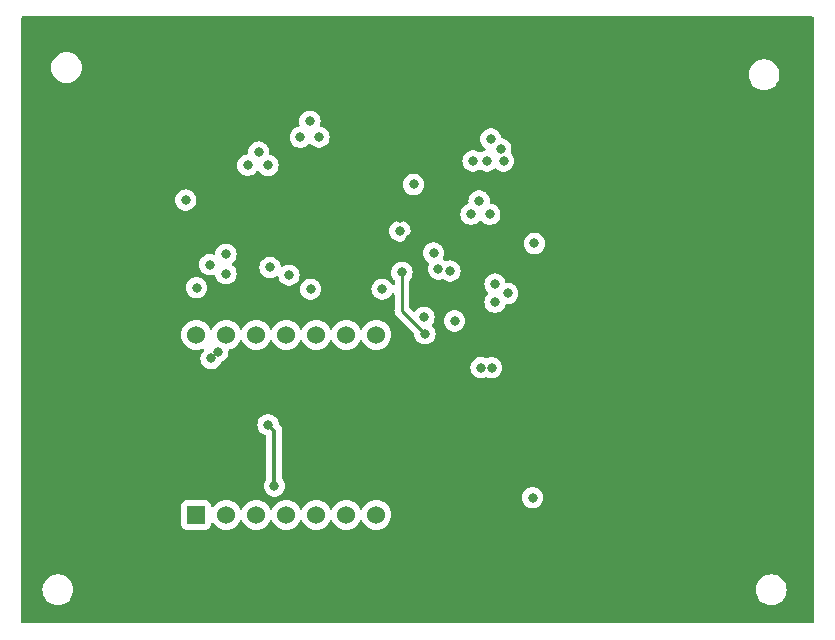
<source format=gbr>
%TF.GenerationSoftware,KiCad,Pcbnew,7.0.8*%
%TF.CreationDate,2024-08-05T22:26:54-04:00*%
%TF.ProjectId,wsg1.0,77736731-2e30-42e6-9b69-6361645f7063,rev?*%
%TF.SameCoordinates,Original*%
%TF.FileFunction,Copper,L4,Bot*%
%TF.FilePolarity,Positive*%
%FSLAX46Y46*%
G04 Gerber Fmt 4.6, Leading zero omitted, Abs format (unit mm)*
G04 Created by KiCad (PCBNEW 7.0.8) date 2024-08-05 22:26:54*
%MOMM*%
%LPD*%
G01*
G04 APERTURE LIST*
%TA.AperFunction,ComponentPad*%
%ADD10R,1.530000X1.530000*%
%TD*%
%TA.AperFunction,ComponentPad*%
%ADD11C,1.530000*%
%TD*%
%TA.AperFunction,ViaPad*%
%ADD12C,0.800000*%
%TD*%
%TA.AperFunction,Conductor*%
%ADD13C,0.350000*%
%TD*%
%TA.AperFunction,Conductor*%
%ADD14C,0.250000*%
%TD*%
G04 APERTURE END LIST*
D10*
%TO.P,U2,1,PA02_A0_D0*%
%TO.N,CS-DAC*%
X96680000Y-135427500D03*
D11*
%TO.P,U2,2,PA4_A1_D1*%
%TO.N,DacLoad*%
X99220000Y-135427500D03*
%TO.P,U2,3,PA10_A2_D2*%
%TO.N,Ready*%
X101760000Y-135427500D03*
%TO.P,U2,4,PA11_A3_D3*%
%TO.N,CS-ADC*%
X104300000Y-135427500D03*
%TO.P,U2,5,PA8_A4_D4_SDA*%
%TO.N,3v3*%
X106840000Y-135427500D03*
%TO.P,U2,6,PA9_A5_D5_SCL*%
X109380000Y-135427500D03*
%TO.P,U2,7,PB08_A6_D6_TX*%
X111920000Y-135427500D03*
%TO.P,U2,8,PB09_A7_D7_RX*%
X111920000Y-120187500D03*
%TO.P,U2,9,PA7_A8_D8_SCK*%
%TO.N,SClk*%
X109380000Y-120187500D03*
%TO.P,U2,10,PA5_A9_D9_MISO*%
%TO.N,MISO*%
X106840000Y-120187500D03*
%TO.P,U2,11,PA6_A10_D10_MOSI*%
%TO.N,MOSI*%
X104300000Y-120187500D03*
%TO.P,U2,12,3V3*%
%TO.N,3v3*%
X101760000Y-120187500D03*
%TO.P,U2,13,GND*%
%TO.N,GND1*%
X99220000Y-120187500D03*
%TO.P,U2,14,5V*%
%TO.N,Net-(D8-K)*%
X96680000Y-120187500D03*
%TD*%
D12*
%TO.N,GND*%
X114760000Y-112070000D03*
X127640000Y-101030000D03*
X126870000Y-109370000D03*
X113890000Y-108520000D03*
X135550000Y-105860000D03*
X127720000Y-101940000D03*
X113910000Y-110280000D03*
X115210000Y-104680000D03*
X126200000Y-104830000D03*
X127350000Y-134920000D03*
X93240000Y-117770000D03*
X125090000Y-102040000D03*
X99190000Y-110750000D03*
X121310000Y-119165000D03*
X122960000Y-119130000D03*
X123180000Y-111530000D03*
X127680000Y-108120000D03*
X134840000Y-131470000D03*
X135640000Y-131480000D03*
X127440000Y-136060000D03*
X108795000Y-103465000D03*
X125210000Y-101070000D03*
X123180000Y-110530000D03*
X134740000Y-105880000D03*
X115070000Y-109010000D03*
X115180000Y-105890000D03*
X99295000Y-109695000D03*
X109020000Y-108430000D03*
%TO.N,5.5V*%
X120810000Y-122965000D03*
X115090000Y-107460000D03*
X121300000Y-105470000D03*
X125317500Y-112455000D03*
X121630000Y-103600000D03*
X96710000Y-116202500D03*
X120130000Y-105460000D03*
X121690000Y-122975000D03*
X122470000Y-104440000D03*
X125160000Y-133980000D03*
X95800000Y-108780000D03*
X122720000Y-105460000D03*
%TO.N,GND1*%
X97840000Y-114240000D03*
X105500000Y-103465000D03*
X121980000Y-115890000D03*
X99200000Y-115010000D03*
X123040000Y-116680000D03*
X101980000Y-104720000D03*
X98510000Y-121600000D03*
X121980000Y-117430000D03*
X113930000Y-111390500D03*
X106310000Y-102120000D03*
X118560000Y-119010000D03*
X121537500Y-109985000D03*
X120637500Y-108845000D03*
X102750000Y-105840000D03*
X101040000Y-105830000D03*
X107070000Y-103455000D03*
X119947500Y-109985000D03*
X97950000Y-122190000D03*
X99200000Y-113360000D03*
%TO.N,CS-DAC*%
X118173530Y-114795387D03*
%TO.N,SClk*%
X112430000Y-116325000D03*
X117190565Y-114614319D03*
%TO.N,MOSI*%
X106380000Y-116325000D03*
X116784400Y-113265600D03*
%TO.N,DacLoad*%
X115973395Y-118693395D03*
%TO.N,Ready*%
X102770000Y-127800000D03*
X103310000Y-132990000D03*
X102940000Y-114485000D03*
%TO.N,MISO*%
X104540000Y-115140000D03*
%TO.N,CS-ADC*%
X114100000Y-114890000D03*
X116050000Y-120100000D03*
%TD*%
D13*
%TO.N,Ready*%
X103310000Y-128340000D02*
X102770000Y-127800000D01*
X103310000Y-132990000D02*
X103310000Y-128340000D01*
D14*
%TO.N,CS-ADC*%
X116050000Y-120100000D02*
X114100000Y-118150000D01*
X114100000Y-118150000D02*
X114100000Y-114890000D01*
%TD*%
%TA.AperFunction,Conductor*%
%TO.N,GND*%
G36*
X148902539Y-93240185D02*
G01*
X148948294Y-93292989D01*
X148959500Y-93344500D01*
X148959500Y-144485500D01*
X148939815Y-144552539D01*
X148887011Y-144598294D01*
X148835500Y-144609500D01*
X82004500Y-144609500D01*
X81937461Y-144589815D01*
X81891706Y-144537011D01*
X81880500Y-144485500D01*
X81880500Y-141770001D01*
X83664532Y-141770001D01*
X83684364Y-141996686D01*
X83684366Y-141996697D01*
X83743258Y-142216488D01*
X83743261Y-142216497D01*
X83839431Y-142422732D01*
X83839432Y-142422734D01*
X83969954Y-142609141D01*
X84130858Y-142770045D01*
X84130861Y-142770047D01*
X84317266Y-142900568D01*
X84523504Y-142996739D01*
X84743308Y-143055635D01*
X84913216Y-143070500D01*
X85026784Y-143070500D01*
X85196692Y-143055635D01*
X85416496Y-142996739D01*
X85622734Y-142900568D01*
X85809139Y-142770047D01*
X85970047Y-142609139D01*
X86100568Y-142422734D01*
X86196739Y-142216496D01*
X86255635Y-141996692D01*
X86275468Y-141770001D01*
X144064532Y-141770001D01*
X144084364Y-141996686D01*
X144084366Y-141996697D01*
X144143258Y-142216488D01*
X144143261Y-142216497D01*
X144239431Y-142422732D01*
X144239432Y-142422734D01*
X144369954Y-142609141D01*
X144530858Y-142770045D01*
X144530861Y-142770047D01*
X144717266Y-142900568D01*
X144923504Y-142996739D01*
X145143308Y-143055635D01*
X145313216Y-143070500D01*
X145426784Y-143070500D01*
X145596692Y-143055635D01*
X145816496Y-142996739D01*
X146022734Y-142900568D01*
X146209139Y-142770047D01*
X146370047Y-142609139D01*
X146500568Y-142422734D01*
X146596739Y-142216496D01*
X146655635Y-141996692D01*
X146675468Y-141770000D01*
X146655635Y-141543308D01*
X146596739Y-141323504D01*
X146500568Y-141117266D01*
X146370047Y-140930861D01*
X146370045Y-140930858D01*
X146209141Y-140769954D01*
X146022734Y-140639432D01*
X146022732Y-140639431D01*
X145816497Y-140543261D01*
X145816488Y-140543258D01*
X145596697Y-140484366D01*
X145596687Y-140484364D01*
X145426784Y-140469500D01*
X145313216Y-140469500D01*
X145143312Y-140484364D01*
X145143302Y-140484366D01*
X144923511Y-140543258D01*
X144923502Y-140543261D01*
X144717267Y-140639431D01*
X144717265Y-140639432D01*
X144530858Y-140769954D01*
X144369954Y-140930858D01*
X144239432Y-141117265D01*
X144239431Y-141117267D01*
X144143261Y-141323502D01*
X144143258Y-141323511D01*
X144084366Y-141543302D01*
X144084364Y-141543313D01*
X144064532Y-141769998D01*
X144064532Y-141770001D01*
X86275468Y-141770001D01*
X86275468Y-141770000D01*
X86255635Y-141543308D01*
X86196739Y-141323504D01*
X86100568Y-141117266D01*
X85970047Y-140930861D01*
X85970045Y-140930858D01*
X85809141Y-140769954D01*
X85622734Y-140639432D01*
X85622732Y-140639431D01*
X85416497Y-140543261D01*
X85416488Y-140543258D01*
X85196697Y-140484366D01*
X85196687Y-140484364D01*
X85026784Y-140469500D01*
X84913216Y-140469500D01*
X84743312Y-140484364D01*
X84743302Y-140484366D01*
X84523511Y-140543258D01*
X84523502Y-140543261D01*
X84317267Y-140639431D01*
X84317265Y-140639432D01*
X84130858Y-140769954D01*
X83969954Y-140930858D01*
X83839432Y-141117265D01*
X83839431Y-141117267D01*
X83743261Y-141323502D01*
X83743258Y-141323511D01*
X83684366Y-141543302D01*
X83684364Y-141543313D01*
X83664532Y-141769998D01*
X83664532Y-141770001D01*
X81880500Y-141770001D01*
X81880500Y-136240370D01*
X95414500Y-136240370D01*
X95414501Y-136240376D01*
X95420908Y-136299983D01*
X95471202Y-136434828D01*
X95471206Y-136434835D01*
X95557452Y-136550044D01*
X95557455Y-136550047D01*
X95672664Y-136636293D01*
X95672671Y-136636297D01*
X95807517Y-136686591D01*
X95807516Y-136686591D01*
X95814444Y-136687335D01*
X95867127Y-136693000D01*
X97492872Y-136692999D01*
X97552483Y-136686591D01*
X97687331Y-136636296D01*
X97802546Y-136550046D01*
X97888796Y-136434831D01*
X97939091Y-136299983D01*
X97945500Y-136240373D01*
X97945499Y-136206934D01*
X97965182Y-136139898D01*
X98017984Y-136094142D01*
X98087143Y-136084197D01*
X98150699Y-136113220D01*
X98171073Y-136135811D01*
X98246862Y-136244047D01*
X98246868Y-136244055D01*
X98403445Y-136400632D01*
X98584833Y-136527642D01*
X98705572Y-136583943D01*
X98785513Y-136621220D01*
X98785515Y-136621220D01*
X98785520Y-136621223D01*
X98999409Y-136678535D01*
X99156974Y-136692320D01*
X99219998Y-136697834D01*
X99220000Y-136697834D01*
X99220002Y-136697834D01*
X99275276Y-136692998D01*
X99440591Y-136678535D01*
X99654480Y-136621223D01*
X99855167Y-136527642D01*
X100036555Y-136400632D01*
X100193132Y-136244055D01*
X100320142Y-136062667D01*
X100377618Y-135939407D01*
X100423790Y-135886968D01*
X100490983Y-135867816D01*
X100557864Y-135888031D01*
X100602381Y-135939407D01*
X100659858Y-136062667D01*
X100786868Y-136244055D01*
X100943445Y-136400632D01*
X101124833Y-136527642D01*
X101245572Y-136583943D01*
X101325513Y-136621220D01*
X101325515Y-136621220D01*
X101325520Y-136621223D01*
X101539409Y-136678535D01*
X101696974Y-136692320D01*
X101759998Y-136697834D01*
X101760000Y-136697834D01*
X101760002Y-136697834D01*
X101815276Y-136692998D01*
X101980591Y-136678535D01*
X102194480Y-136621223D01*
X102395167Y-136527642D01*
X102576555Y-136400632D01*
X102733132Y-136244055D01*
X102860142Y-136062667D01*
X102917618Y-135939407D01*
X102963790Y-135886968D01*
X103030983Y-135867816D01*
X103097864Y-135888031D01*
X103142381Y-135939407D01*
X103199858Y-136062667D01*
X103326868Y-136244055D01*
X103483445Y-136400632D01*
X103664833Y-136527642D01*
X103785572Y-136583943D01*
X103865513Y-136621220D01*
X103865515Y-136621220D01*
X103865520Y-136621223D01*
X104079409Y-136678535D01*
X104236974Y-136692320D01*
X104299998Y-136697834D01*
X104300000Y-136697834D01*
X104300002Y-136697834D01*
X104355276Y-136692998D01*
X104520591Y-136678535D01*
X104734480Y-136621223D01*
X104935167Y-136527642D01*
X105116555Y-136400632D01*
X105273132Y-136244055D01*
X105400142Y-136062667D01*
X105457618Y-135939407D01*
X105503790Y-135886968D01*
X105570983Y-135867816D01*
X105637864Y-135888031D01*
X105682381Y-135939407D01*
X105739858Y-136062667D01*
X105866868Y-136244055D01*
X106023445Y-136400632D01*
X106204833Y-136527642D01*
X106325572Y-136583943D01*
X106405513Y-136621220D01*
X106405515Y-136621220D01*
X106405520Y-136621223D01*
X106619409Y-136678535D01*
X106776974Y-136692320D01*
X106839998Y-136697834D01*
X106840000Y-136697834D01*
X106840002Y-136697834D01*
X106895276Y-136692998D01*
X107060591Y-136678535D01*
X107274480Y-136621223D01*
X107475167Y-136527642D01*
X107656555Y-136400632D01*
X107813132Y-136244055D01*
X107940142Y-136062667D01*
X107997618Y-135939407D01*
X108043790Y-135886968D01*
X108110983Y-135867816D01*
X108177864Y-135888031D01*
X108222381Y-135939407D01*
X108279858Y-136062667D01*
X108406868Y-136244055D01*
X108563445Y-136400632D01*
X108744833Y-136527642D01*
X108865572Y-136583943D01*
X108945513Y-136621220D01*
X108945515Y-136621220D01*
X108945520Y-136621223D01*
X109159409Y-136678535D01*
X109316974Y-136692320D01*
X109379998Y-136697834D01*
X109380000Y-136697834D01*
X109380002Y-136697834D01*
X109435276Y-136692998D01*
X109600591Y-136678535D01*
X109814480Y-136621223D01*
X110015167Y-136527642D01*
X110196555Y-136400632D01*
X110353132Y-136244055D01*
X110480142Y-136062667D01*
X110537618Y-135939407D01*
X110583790Y-135886968D01*
X110650983Y-135867816D01*
X110717864Y-135888031D01*
X110762381Y-135939407D01*
X110819858Y-136062667D01*
X110946868Y-136244055D01*
X111103445Y-136400632D01*
X111284833Y-136527642D01*
X111405572Y-136583943D01*
X111485513Y-136621220D01*
X111485515Y-136621220D01*
X111485520Y-136621223D01*
X111699409Y-136678535D01*
X111856974Y-136692320D01*
X111919998Y-136697834D01*
X111920000Y-136697834D01*
X111920002Y-136697834D01*
X111975276Y-136692998D01*
X112140591Y-136678535D01*
X112354480Y-136621223D01*
X112555167Y-136527642D01*
X112736555Y-136400632D01*
X112893132Y-136244055D01*
X113020142Y-136062667D01*
X113113723Y-135861980D01*
X113171035Y-135648091D01*
X113190334Y-135427500D01*
X113171035Y-135206909D01*
X113113723Y-134993020D01*
X113101574Y-134966967D01*
X113076443Y-134913072D01*
X113020142Y-134792333D01*
X112893132Y-134610945D01*
X112736555Y-134454368D01*
X112555167Y-134327358D01*
X112555163Y-134327356D01*
X112354486Y-134233779D01*
X112354475Y-134233775D01*
X112140592Y-134176465D01*
X112140585Y-134176464D01*
X111920002Y-134157166D01*
X111919998Y-134157166D01*
X111699414Y-134176464D01*
X111699407Y-134176465D01*
X111485524Y-134233775D01*
X111485513Y-134233779D01*
X111284836Y-134327356D01*
X111284834Y-134327357D01*
X111103444Y-134454368D01*
X110946868Y-134610944D01*
X110819857Y-134792334D01*
X110819856Y-134792336D01*
X110762382Y-134915591D01*
X110716210Y-134968031D01*
X110649017Y-134987183D01*
X110582135Y-134966967D01*
X110537618Y-134915591D01*
X110480143Y-134792336D01*
X110480142Y-134792334D01*
X110480142Y-134792333D01*
X110353132Y-134610945D01*
X110196555Y-134454368D01*
X110015167Y-134327358D01*
X110015163Y-134327356D01*
X109814486Y-134233779D01*
X109814475Y-134233775D01*
X109600592Y-134176465D01*
X109600585Y-134176464D01*
X109380002Y-134157166D01*
X109379998Y-134157166D01*
X109159414Y-134176464D01*
X109159407Y-134176465D01*
X108945524Y-134233775D01*
X108945513Y-134233779D01*
X108744836Y-134327356D01*
X108744834Y-134327357D01*
X108563444Y-134454368D01*
X108406868Y-134610944D01*
X108279857Y-134792334D01*
X108279856Y-134792336D01*
X108222382Y-134915591D01*
X108176210Y-134968031D01*
X108109017Y-134987183D01*
X108042135Y-134966967D01*
X107997618Y-134915591D01*
X107940143Y-134792336D01*
X107940142Y-134792334D01*
X107940142Y-134792333D01*
X107813132Y-134610945D01*
X107656555Y-134454368D01*
X107475167Y-134327358D01*
X107475163Y-134327356D01*
X107274486Y-134233779D01*
X107274475Y-134233775D01*
X107060592Y-134176465D01*
X107060585Y-134176464D01*
X106840002Y-134157166D01*
X106839998Y-134157166D01*
X106619414Y-134176464D01*
X106619407Y-134176465D01*
X106405524Y-134233775D01*
X106405513Y-134233779D01*
X106204836Y-134327356D01*
X106204834Y-134327357D01*
X106023444Y-134454368D01*
X105866868Y-134610944D01*
X105739857Y-134792334D01*
X105739856Y-134792336D01*
X105682382Y-134915591D01*
X105636210Y-134968031D01*
X105569017Y-134987183D01*
X105502135Y-134966967D01*
X105457618Y-134915591D01*
X105400143Y-134792336D01*
X105400142Y-134792334D01*
X105400142Y-134792333D01*
X105273132Y-134610945D01*
X105116555Y-134454368D01*
X104935167Y-134327358D01*
X104935163Y-134327356D01*
X104734486Y-134233779D01*
X104734475Y-134233775D01*
X104520592Y-134176465D01*
X104520585Y-134176464D01*
X104300002Y-134157166D01*
X104299998Y-134157166D01*
X104079414Y-134176464D01*
X104079407Y-134176465D01*
X103865524Y-134233775D01*
X103865513Y-134233779D01*
X103664836Y-134327356D01*
X103664834Y-134327357D01*
X103483444Y-134454368D01*
X103326868Y-134610944D01*
X103199857Y-134792334D01*
X103199856Y-134792336D01*
X103142382Y-134915591D01*
X103096210Y-134968031D01*
X103029017Y-134987183D01*
X102962135Y-134966967D01*
X102917618Y-134915591D01*
X102860143Y-134792336D01*
X102860142Y-134792334D01*
X102860142Y-134792333D01*
X102733132Y-134610945D01*
X102576555Y-134454368D01*
X102395167Y-134327358D01*
X102395163Y-134327356D01*
X102194486Y-134233779D01*
X102194475Y-134233775D01*
X101980592Y-134176465D01*
X101980585Y-134176464D01*
X101760002Y-134157166D01*
X101759998Y-134157166D01*
X101539414Y-134176464D01*
X101539407Y-134176465D01*
X101325524Y-134233775D01*
X101325513Y-134233779D01*
X101124836Y-134327356D01*
X101124834Y-134327357D01*
X100943444Y-134454368D01*
X100786868Y-134610944D01*
X100659857Y-134792334D01*
X100659856Y-134792336D01*
X100602382Y-134915591D01*
X100556210Y-134968031D01*
X100489017Y-134987183D01*
X100422135Y-134966967D01*
X100377618Y-134915591D01*
X100320143Y-134792336D01*
X100320142Y-134792334D01*
X100320142Y-134792333D01*
X100193132Y-134610945D01*
X100036555Y-134454368D01*
X99855167Y-134327358D01*
X99855163Y-134327356D01*
X99654486Y-134233779D01*
X99654475Y-134233775D01*
X99440592Y-134176465D01*
X99440585Y-134176464D01*
X99220002Y-134157166D01*
X99219998Y-134157166D01*
X98999414Y-134176464D01*
X98999407Y-134176465D01*
X98785524Y-134233775D01*
X98785513Y-134233779D01*
X98584836Y-134327356D01*
X98584834Y-134327357D01*
X98403444Y-134454368D01*
X98246868Y-134610944D01*
X98171074Y-134719190D01*
X98116497Y-134762815D01*
X98046998Y-134770007D01*
X97984644Y-134738485D01*
X97949230Y-134678255D01*
X97945499Y-134648066D01*
X97945499Y-134614629D01*
X97945498Y-134614623D01*
X97945497Y-134614616D01*
X97939091Y-134555017D01*
X97923127Y-134512216D01*
X97888797Y-134420171D01*
X97888793Y-134420164D01*
X97802547Y-134304955D01*
X97802544Y-134304952D01*
X97687335Y-134218706D01*
X97687328Y-134218702D01*
X97552482Y-134168408D01*
X97552483Y-134168408D01*
X97492883Y-134162001D01*
X97492881Y-134162000D01*
X97492873Y-134162000D01*
X97492864Y-134162000D01*
X95867129Y-134162000D01*
X95867123Y-134162001D01*
X95807516Y-134168408D01*
X95672671Y-134218702D01*
X95672664Y-134218706D01*
X95557455Y-134304952D01*
X95557452Y-134304955D01*
X95471206Y-134420164D01*
X95471202Y-134420171D01*
X95420908Y-134555017D01*
X95414896Y-134610944D01*
X95414501Y-134614623D01*
X95414500Y-134614635D01*
X95414500Y-136240370D01*
X81880500Y-136240370D01*
X81880500Y-133980000D01*
X124254540Y-133980000D01*
X124274326Y-134168256D01*
X124274327Y-134168259D01*
X124332818Y-134348277D01*
X124332821Y-134348284D01*
X124427467Y-134512216D01*
X124519686Y-134614635D01*
X124554129Y-134652888D01*
X124707265Y-134764148D01*
X124707270Y-134764151D01*
X124880192Y-134841142D01*
X124880197Y-134841144D01*
X125065354Y-134880500D01*
X125065355Y-134880500D01*
X125254644Y-134880500D01*
X125254646Y-134880500D01*
X125439803Y-134841144D01*
X125612730Y-134764151D01*
X125765871Y-134652888D01*
X125892533Y-134512216D01*
X125987179Y-134348284D01*
X126045674Y-134168256D01*
X126065460Y-133980000D01*
X126045674Y-133791744D01*
X125987179Y-133611716D01*
X125892533Y-133447784D01*
X125765871Y-133307112D01*
X125765870Y-133307111D01*
X125612734Y-133195851D01*
X125612729Y-133195848D01*
X125439807Y-133118857D01*
X125439802Y-133118855D01*
X125294001Y-133087865D01*
X125254646Y-133079500D01*
X125065354Y-133079500D01*
X125032897Y-133086398D01*
X124880197Y-133118855D01*
X124880192Y-133118857D01*
X124707270Y-133195848D01*
X124707265Y-133195851D01*
X124554129Y-133307111D01*
X124427466Y-133447785D01*
X124332821Y-133611715D01*
X124332818Y-133611722D01*
X124280043Y-133774148D01*
X124274326Y-133791744D01*
X124254540Y-133980000D01*
X81880500Y-133980000D01*
X81880500Y-127800000D01*
X101864540Y-127800000D01*
X101884326Y-127988256D01*
X101884327Y-127988259D01*
X101942818Y-128168277D01*
X101942821Y-128168284D01*
X102037467Y-128332216D01*
X102164129Y-128472888D01*
X102317265Y-128584148D01*
X102317270Y-128584151D01*
X102490197Y-128661144D01*
X102536283Y-128670939D01*
X102597762Y-128704131D01*
X102631539Y-128765293D01*
X102634500Y-128792229D01*
X102634500Y-132346842D01*
X102614815Y-132413881D01*
X102602650Y-132429814D01*
X102577470Y-132457778D01*
X102577465Y-132457785D01*
X102482821Y-132621715D01*
X102482818Y-132621722D01*
X102424327Y-132801740D01*
X102424326Y-132801744D01*
X102404540Y-132990000D01*
X102424326Y-133178256D01*
X102424327Y-133178259D01*
X102482818Y-133358277D01*
X102482821Y-133358284D01*
X102577467Y-133522216D01*
X102658059Y-133611722D01*
X102704129Y-133662888D01*
X102857265Y-133774148D01*
X102857270Y-133774151D01*
X103030192Y-133851142D01*
X103030197Y-133851144D01*
X103215354Y-133890500D01*
X103215355Y-133890500D01*
X103404644Y-133890500D01*
X103404646Y-133890500D01*
X103589803Y-133851144D01*
X103762730Y-133774151D01*
X103915871Y-133662888D01*
X104042533Y-133522216D01*
X104137179Y-133358284D01*
X104195674Y-133178256D01*
X104215460Y-132990000D01*
X104195674Y-132801744D01*
X104137179Y-132621716D01*
X104042533Y-132457784D01*
X104042529Y-132457778D01*
X104017350Y-132429814D01*
X103987120Y-132366822D01*
X103985500Y-132346842D01*
X103985500Y-128362277D01*
X103985613Y-128358533D01*
X103989219Y-128298915D01*
X103978453Y-128240168D01*
X103977889Y-128236463D01*
X103970688Y-128177157D01*
X103970688Y-128177155D01*
X103967363Y-128168389D01*
X103961338Y-128146776D01*
X103959650Y-128137561D01*
X103935126Y-128083070D01*
X103933703Y-128079634D01*
X103912518Y-128023774D01*
X103907198Y-128016066D01*
X103896171Y-127996515D01*
X103892327Y-127987974D01*
X103892326Y-127987973D01*
X103892326Y-127987972D01*
X103855465Y-127940923D01*
X103853258Y-127937922D01*
X103819332Y-127888771D01*
X103819328Y-127888767D01*
X103819327Y-127888766D01*
X103774632Y-127849170D01*
X103771920Y-127846618D01*
X103700656Y-127775354D01*
X103667171Y-127714031D01*
X103665016Y-127700635D01*
X103655674Y-127611744D01*
X103597179Y-127431716D01*
X103502533Y-127267784D01*
X103375871Y-127127112D01*
X103375870Y-127127111D01*
X103222734Y-127015851D01*
X103222729Y-127015848D01*
X103049807Y-126938857D01*
X103049802Y-126938855D01*
X102904001Y-126907865D01*
X102864646Y-126899500D01*
X102675354Y-126899500D01*
X102642897Y-126906398D01*
X102490197Y-126938855D01*
X102490192Y-126938857D01*
X102317270Y-127015848D01*
X102317265Y-127015851D01*
X102164129Y-127127111D01*
X102037466Y-127267785D01*
X101942821Y-127431715D01*
X101942818Y-127431722D01*
X101884327Y-127611740D01*
X101884326Y-127611744D01*
X101864540Y-127800000D01*
X81880500Y-127800000D01*
X81880500Y-120187501D01*
X95409666Y-120187501D01*
X95428964Y-120408085D01*
X95428965Y-120408092D01*
X95486275Y-120621975D01*
X95486279Y-120621986D01*
X95556646Y-120772888D01*
X95579858Y-120822667D01*
X95706868Y-121004055D01*
X95863445Y-121160632D01*
X96044833Y-121287642D01*
X96154358Y-121338714D01*
X96245513Y-121381220D01*
X96245515Y-121381220D01*
X96245520Y-121381223D01*
X96459409Y-121438535D01*
X96616974Y-121452320D01*
X96679998Y-121457834D01*
X96680000Y-121457834D01*
X96680002Y-121457834D01*
X96735147Y-121453009D01*
X96900591Y-121438535D01*
X97114480Y-121381223D01*
X97168868Y-121355861D01*
X97237943Y-121345370D01*
X97301727Y-121373890D01*
X97339967Y-121432366D01*
X97340522Y-121502234D01*
X97313421Y-121551216D01*
X97217466Y-121657785D01*
X97122821Y-121821715D01*
X97122818Y-121821722D01*
X97064327Y-122001740D01*
X97064326Y-122001744D01*
X97044540Y-122190000D01*
X97064326Y-122378256D01*
X97064327Y-122378259D01*
X97122818Y-122558277D01*
X97122820Y-122558281D01*
X97122821Y-122558284D01*
X97217467Y-122722216D01*
X97344129Y-122862888D01*
X97497265Y-122974148D01*
X97497270Y-122974151D01*
X97670192Y-123051142D01*
X97670197Y-123051144D01*
X97855354Y-123090500D01*
X97855355Y-123090500D01*
X98044644Y-123090500D01*
X98044646Y-123090500D01*
X98229803Y-123051144D01*
X98402730Y-122974151D01*
X98415325Y-122965000D01*
X119904540Y-122965000D01*
X119924326Y-123153256D01*
X119924327Y-123153259D01*
X119982818Y-123333277D01*
X119982821Y-123333284D01*
X120077467Y-123497216D01*
X120204129Y-123637888D01*
X120357265Y-123749148D01*
X120357270Y-123749151D01*
X120530192Y-123826142D01*
X120530197Y-123826144D01*
X120715354Y-123865500D01*
X120715355Y-123865500D01*
X120904644Y-123865500D01*
X120904646Y-123865500D01*
X121089803Y-123826144D01*
X121188334Y-123782273D01*
X121257582Y-123772988D01*
X121289203Y-123782273D01*
X121410197Y-123836144D01*
X121595354Y-123875500D01*
X121595355Y-123875500D01*
X121784644Y-123875500D01*
X121784646Y-123875500D01*
X121969803Y-123836144D01*
X122142730Y-123759151D01*
X122295871Y-123647888D01*
X122422533Y-123507216D01*
X122517179Y-123343284D01*
X122575674Y-123163256D01*
X122595460Y-122975000D01*
X122575674Y-122786744D01*
X122517179Y-122606716D01*
X122422533Y-122442784D01*
X122295871Y-122302112D01*
X122295870Y-122302111D01*
X122142734Y-122190851D01*
X122142729Y-122190848D01*
X121969807Y-122113857D01*
X121969802Y-122113855D01*
X121824001Y-122082865D01*
X121784646Y-122074500D01*
X121595354Y-122074500D01*
X121562897Y-122081398D01*
X121410197Y-122113855D01*
X121410192Y-122113857D01*
X121311665Y-122157725D01*
X121242415Y-122167010D01*
X121210794Y-122157725D01*
X121153500Y-122132216D01*
X121089806Y-122103857D01*
X121089802Y-122103855D01*
X120944001Y-122072865D01*
X120904646Y-122064500D01*
X120715354Y-122064500D01*
X120682897Y-122071398D01*
X120530197Y-122103855D01*
X120530192Y-122103857D01*
X120357270Y-122180848D01*
X120357265Y-122180851D01*
X120204129Y-122292111D01*
X120077466Y-122432785D01*
X119982821Y-122596715D01*
X119982818Y-122596722D01*
X119942043Y-122722216D01*
X119924326Y-122776744D01*
X119904540Y-122965000D01*
X98415325Y-122965000D01*
X98555871Y-122862888D01*
X98682533Y-122722216D01*
X98777179Y-122558284D01*
X98794885Y-122503789D01*
X98834320Y-122446117D01*
X98862375Y-122428831D01*
X98962730Y-122384151D01*
X99115871Y-122272888D01*
X99242533Y-122132216D01*
X99337179Y-121968284D01*
X99395674Y-121788256D01*
X99415460Y-121600000D01*
X99410712Y-121554830D01*
X99423281Y-121486104D01*
X99471013Y-121435080D01*
X99501937Y-121422097D01*
X99654480Y-121381223D01*
X99855167Y-121287642D01*
X100036555Y-121160632D01*
X100193132Y-121004055D01*
X100320142Y-120822667D01*
X100377618Y-120699407D01*
X100423790Y-120646968D01*
X100490983Y-120627816D01*
X100557864Y-120648031D01*
X100602381Y-120699407D01*
X100659858Y-120822667D01*
X100786868Y-121004055D01*
X100943445Y-121160632D01*
X101124833Y-121287642D01*
X101234358Y-121338714D01*
X101325513Y-121381220D01*
X101325515Y-121381220D01*
X101325520Y-121381223D01*
X101539409Y-121438535D01*
X101696974Y-121452320D01*
X101759998Y-121457834D01*
X101760000Y-121457834D01*
X101760002Y-121457834D01*
X101815147Y-121453009D01*
X101980591Y-121438535D01*
X102194480Y-121381223D01*
X102395167Y-121287642D01*
X102576555Y-121160632D01*
X102733132Y-121004055D01*
X102860142Y-120822667D01*
X102917618Y-120699407D01*
X102963790Y-120646968D01*
X103030983Y-120627816D01*
X103097864Y-120648031D01*
X103142381Y-120699407D01*
X103199858Y-120822667D01*
X103326868Y-121004055D01*
X103483445Y-121160632D01*
X103664833Y-121287642D01*
X103774358Y-121338714D01*
X103865513Y-121381220D01*
X103865515Y-121381220D01*
X103865520Y-121381223D01*
X104079409Y-121438535D01*
X104236974Y-121452320D01*
X104299998Y-121457834D01*
X104300000Y-121457834D01*
X104300002Y-121457834D01*
X104355147Y-121453009D01*
X104520591Y-121438535D01*
X104734480Y-121381223D01*
X104935167Y-121287642D01*
X105116555Y-121160632D01*
X105273132Y-121004055D01*
X105400142Y-120822667D01*
X105457618Y-120699407D01*
X105503790Y-120646968D01*
X105570983Y-120627816D01*
X105637864Y-120648031D01*
X105682381Y-120699407D01*
X105739858Y-120822667D01*
X105866868Y-121004055D01*
X106023445Y-121160632D01*
X106204833Y-121287642D01*
X106314358Y-121338714D01*
X106405513Y-121381220D01*
X106405515Y-121381220D01*
X106405520Y-121381223D01*
X106619409Y-121438535D01*
X106776974Y-121452320D01*
X106839998Y-121457834D01*
X106840000Y-121457834D01*
X106840002Y-121457834D01*
X106895147Y-121453009D01*
X107060591Y-121438535D01*
X107274480Y-121381223D01*
X107475167Y-121287642D01*
X107656555Y-121160632D01*
X107813132Y-121004055D01*
X107940142Y-120822667D01*
X107997618Y-120699407D01*
X108043790Y-120646968D01*
X108110983Y-120627816D01*
X108177864Y-120648031D01*
X108222381Y-120699407D01*
X108279858Y-120822667D01*
X108406868Y-121004055D01*
X108563445Y-121160632D01*
X108744833Y-121287642D01*
X108854358Y-121338714D01*
X108945513Y-121381220D01*
X108945515Y-121381220D01*
X108945520Y-121381223D01*
X109159409Y-121438535D01*
X109316974Y-121452320D01*
X109379998Y-121457834D01*
X109380000Y-121457834D01*
X109380002Y-121457834D01*
X109435147Y-121453009D01*
X109600591Y-121438535D01*
X109814480Y-121381223D01*
X110015167Y-121287642D01*
X110196555Y-121160632D01*
X110353132Y-121004055D01*
X110480142Y-120822667D01*
X110537618Y-120699407D01*
X110583790Y-120646968D01*
X110650983Y-120627816D01*
X110717864Y-120648031D01*
X110762381Y-120699407D01*
X110819858Y-120822667D01*
X110946868Y-121004055D01*
X111103445Y-121160632D01*
X111284833Y-121287642D01*
X111394358Y-121338714D01*
X111485513Y-121381220D01*
X111485515Y-121381220D01*
X111485520Y-121381223D01*
X111699409Y-121438535D01*
X111856974Y-121452320D01*
X111919998Y-121457834D01*
X111920000Y-121457834D01*
X111920002Y-121457834D01*
X111975147Y-121453009D01*
X112140591Y-121438535D01*
X112354480Y-121381223D01*
X112555167Y-121287642D01*
X112736555Y-121160632D01*
X112893132Y-121004055D01*
X113020142Y-120822667D01*
X113113723Y-120621980D01*
X113171035Y-120408091D01*
X113190334Y-120187500D01*
X113171035Y-119966909D01*
X113113723Y-119753020D01*
X113103788Y-119731715D01*
X113020143Y-119552336D01*
X113020142Y-119552334D01*
X113020142Y-119552333D01*
X112893132Y-119370945D01*
X112736555Y-119214368D01*
X112555167Y-119087358D01*
X112500083Y-119061672D01*
X112354486Y-118993779D01*
X112354475Y-118993775D01*
X112140592Y-118936465D01*
X112140585Y-118936464D01*
X111920002Y-118917166D01*
X111919998Y-118917166D01*
X111699414Y-118936464D01*
X111699407Y-118936465D01*
X111485524Y-118993775D01*
X111485513Y-118993779D01*
X111284836Y-119087356D01*
X111284834Y-119087357D01*
X111103444Y-119214368D01*
X110946868Y-119370944D01*
X110819857Y-119552334D01*
X110819856Y-119552336D01*
X110762382Y-119675591D01*
X110716210Y-119728031D01*
X110649017Y-119747183D01*
X110582135Y-119726967D01*
X110537618Y-119675591D01*
X110480143Y-119552336D01*
X110480142Y-119552334D01*
X110480142Y-119552333D01*
X110353132Y-119370945D01*
X110196555Y-119214368D01*
X110015167Y-119087358D01*
X109960083Y-119061672D01*
X109814486Y-118993779D01*
X109814475Y-118993775D01*
X109600592Y-118936465D01*
X109600585Y-118936464D01*
X109380002Y-118917166D01*
X109379998Y-118917166D01*
X109159414Y-118936464D01*
X109159407Y-118936465D01*
X108945524Y-118993775D01*
X108945513Y-118993779D01*
X108744836Y-119087356D01*
X108744834Y-119087357D01*
X108563444Y-119214368D01*
X108406868Y-119370944D01*
X108279857Y-119552334D01*
X108279856Y-119552336D01*
X108222382Y-119675591D01*
X108176210Y-119728031D01*
X108109017Y-119747183D01*
X108042135Y-119726967D01*
X107997618Y-119675591D01*
X107940143Y-119552336D01*
X107940142Y-119552334D01*
X107940142Y-119552333D01*
X107813132Y-119370945D01*
X107656555Y-119214368D01*
X107475167Y-119087358D01*
X107420083Y-119061672D01*
X107274486Y-118993779D01*
X107274475Y-118993775D01*
X107060592Y-118936465D01*
X107060585Y-118936464D01*
X106840002Y-118917166D01*
X106839998Y-118917166D01*
X106619414Y-118936464D01*
X106619407Y-118936465D01*
X106405524Y-118993775D01*
X106405513Y-118993779D01*
X106204836Y-119087356D01*
X106204834Y-119087357D01*
X106023444Y-119214368D01*
X105866868Y-119370944D01*
X105739857Y-119552334D01*
X105739856Y-119552336D01*
X105682382Y-119675591D01*
X105636210Y-119728031D01*
X105569017Y-119747183D01*
X105502135Y-119726967D01*
X105457618Y-119675591D01*
X105400143Y-119552336D01*
X105400142Y-119552334D01*
X105400142Y-119552333D01*
X105273132Y-119370945D01*
X105116555Y-119214368D01*
X104935167Y-119087358D01*
X104880083Y-119061672D01*
X104734486Y-118993779D01*
X104734475Y-118993775D01*
X104520592Y-118936465D01*
X104520585Y-118936464D01*
X104300002Y-118917166D01*
X104299998Y-118917166D01*
X104079414Y-118936464D01*
X104079407Y-118936465D01*
X103865524Y-118993775D01*
X103865513Y-118993779D01*
X103664836Y-119087356D01*
X103664834Y-119087357D01*
X103483444Y-119214368D01*
X103326868Y-119370944D01*
X103199857Y-119552334D01*
X103199856Y-119552336D01*
X103142382Y-119675591D01*
X103096210Y-119728031D01*
X103029017Y-119747183D01*
X102962135Y-119726967D01*
X102917618Y-119675591D01*
X102860143Y-119552336D01*
X102860142Y-119552334D01*
X102860142Y-119552333D01*
X102733132Y-119370945D01*
X102576555Y-119214368D01*
X102395167Y-119087358D01*
X102340083Y-119061672D01*
X102194486Y-118993779D01*
X102194475Y-118993775D01*
X101980592Y-118936465D01*
X101980585Y-118936464D01*
X101760002Y-118917166D01*
X101759998Y-118917166D01*
X101539414Y-118936464D01*
X101539407Y-118936465D01*
X101325524Y-118993775D01*
X101325513Y-118993779D01*
X101124836Y-119087356D01*
X101124834Y-119087357D01*
X100943444Y-119214368D01*
X100786868Y-119370944D01*
X100659857Y-119552334D01*
X100659856Y-119552336D01*
X100602382Y-119675591D01*
X100556210Y-119728031D01*
X100489017Y-119747183D01*
X100422135Y-119726967D01*
X100377618Y-119675591D01*
X100320143Y-119552336D01*
X100320142Y-119552334D01*
X100320142Y-119552333D01*
X100193132Y-119370945D01*
X100036555Y-119214368D01*
X99855167Y-119087358D01*
X99800083Y-119061672D01*
X99654486Y-118993779D01*
X99654475Y-118993775D01*
X99440592Y-118936465D01*
X99440585Y-118936464D01*
X99220002Y-118917166D01*
X99219998Y-118917166D01*
X98999414Y-118936464D01*
X98999407Y-118936465D01*
X98785524Y-118993775D01*
X98785513Y-118993779D01*
X98584836Y-119087356D01*
X98584834Y-119087357D01*
X98403444Y-119214368D01*
X98246868Y-119370944D01*
X98119857Y-119552334D01*
X98119856Y-119552336D01*
X98062382Y-119675591D01*
X98016210Y-119728031D01*
X97949017Y-119747183D01*
X97882135Y-119726967D01*
X97837618Y-119675591D01*
X97780143Y-119552336D01*
X97780142Y-119552334D01*
X97780142Y-119552333D01*
X97653132Y-119370945D01*
X97496555Y-119214368D01*
X97315167Y-119087358D01*
X97260083Y-119061672D01*
X97114486Y-118993779D01*
X97114475Y-118993775D01*
X96900592Y-118936465D01*
X96900585Y-118936464D01*
X96680002Y-118917166D01*
X96679998Y-118917166D01*
X96459414Y-118936464D01*
X96459407Y-118936465D01*
X96245524Y-118993775D01*
X96245513Y-118993779D01*
X96044836Y-119087356D01*
X96044834Y-119087357D01*
X95863444Y-119214368D01*
X95706868Y-119370944D01*
X95579857Y-119552334D01*
X95579856Y-119552336D01*
X95486279Y-119753013D01*
X95486275Y-119753024D01*
X95428965Y-119966907D01*
X95428964Y-119966914D01*
X95409666Y-120187498D01*
X95409666Y-120187501D01*
X81880500Y-120187501D01*
X81880500Y-116202500D01*
X95804540Y-116202500D01*
X95824326Y-116390756D01*
X95824327Y-116390759D01*
X95882818Y-116570777D01*
X95882821Y-116570784D01*
X95977467Y-116734716D01*
X96087765Y-116857214D01*
X96104129Y-116875388D01*
X96257265Y-116986648D01*
X96257270Y-116986651D01*
X96430192Y-117063642D01*
X96430197Y-117063644D01*
X96615354Y-117103000D01*
X96615355Y-117103000D01*
X96804644Y-117103000D01*
X96804646Y-117103000D01*
X96989803Y-117063644D01*
X97162730Y-116986651D01*
X97315871Y-116875388D01*
X97442533Y-116734716D01*
X97537179Y-116570784D01*
X97595674Y-116390756D01*
X97602585Y-116325000D01*
X105474540Y-116325000D01*
X105494326Y-116513256D01*
X105494327Y-116513259D01*
X105552818Y-116693277D01*
X105552821Y-116693284D01*
X105647467Y-116857216D01*
X105683995Y-116897784D01*
X105774129Y-116997888D01*
X105927265Y-117109148D01*
X105927270Y-117109151D01*
X106100192Y-117186142D01*
X106100197Y-117186144D01*
X106285354Y-117225500D01*
X106285355Y-117225500D01*
X106474644Y-117225500D01*
X106474646Y-117225500D01*
X106659803Y-117186144D01*
X106832730Y-117109151D01*
X106985871Y-116997888D01*
X107112533Y-116857216D01*
X107207179Y-116693284D01*
X107265674Y-116513256D01*
X107285460Y-116325000D01*
X111524540Y-116325000D01*
X111544326Y-116513256D01*
X111544327Y-116513259D01*
X111602818Y-116693277D01*
X111602821Y-116693284D01*
X111697467Y-116857216D01*
X111733995Y-116897784D01*
X111824129Y-116997888D01*
X111977265Y-117109148D01*
X111977270Y-117109151D01*
X112150192Y-117186142D01*
X112150197Y-117186144D01*
X112335354Y-117225500D01*
X112335355Y-117225500D01*
X112524644Y-117225500D01*
X112524646Y-117225500D01*
X112709803Y-117186144D01*
X112882730Y-117109151D01*
X113035871Y-116997888D01*
X113162533Y-116857216D01*
X113243114Y-116717644D01*
X113293679Y-116669431D01*
X113362286Y-116656207D01*
X113427151Y-116682175D01*
X113467680Y-116739089D01*
X113474500Y-116779646D01*
X113474500Y-118067255D01*
X113472775Y-118082872D01*
X113473061Y-118082899D01*
X113472326Y-118090665D01*
X113474500Y-118159814D01*
X113474500Y-118189343D01*
X113474501Y-118189360D01*
X113475368Y-118196231D01*
X113475826Y-118202050D01*
X113477290Y-118248624D01*
X113477291Y-118248627D01*
X113482880Y-118267867D01*
X113486824Y-118286911D01*
X113489336Y-118306792D01*
X113501340Y-118337111D01*
X113506490Y-118350119D01*
X113508382Y-118355647D01*
X113521381Y-118400388D01*
X113531580Y-118417634D01*
X113540138Y-118435103D01*
X113547514Y-118453732D01*
X113574898Y-118491423D01*
X113578106Y-118496307D01*
X113601827Y-118536416D01*
X113601833Y-118536424D01*
X113615990Y-118550580D01*
X113628628Y-118565376D01*
X113640405Y-118581586D01*
X113640406Y-118581587D01*
X113676309Y-118611288D01*
X113680620Y-118615210D01*
X114792376Y-119726967D01*
X115111038Y-120045629D01*
X115144523Y-120106952D01*
X115146678Y-120120348D01*
X115154968Y-120199227D01*
X115164326Y-120288256D01*
X115164327Y-120288259D01*
X115222818Y-120468277D01*
X115222821Y-120468284D01*
X115317467Y-120632216D01*
X115444129Y-120772888D01*
X115597265Y-120884148D01*
X115597270Y-120884151D01*
X115770192Y-120961142D01*
X115770197Y-120961144D01*
X115955354Y-121000500D01*
X115955355Y-121000500D01*
X116144644Y-121000500D01*
X116144646Y-121000500D01*
X116329803Y-120961144D01*
X116502730Y-120884151D01*
X116655871Y-120772888D01*
X116782533Y-120632216D01*
X116877179Y-120468284D01*
X116935674Y-120288256D01*
X116955460Y-120100000D01*
X116935674Y-119911744D01*
X116877179Y-119731716D01*
X116782533Y-119567784D01*
X116664890Y-119437129D01*
X116634661Y-119374139D01*
X116643286Y-119304804D01*
X116664889Y-119271188D01*
X116705928Y-119225611D01*
X116800574Y-119061679D01*
X116817366Y-119010000D01*
X117654540Y-119010000D01*
X117674326Y-119198256D01*
X117674327Y-119198259D01*
X117732818Y-119378277D01*
X117732821Y-119378284D01*
X117827467Y-119542216D01*
X117947559Y-119675591D01*
X117954129Y-119682888D01*
X118107265Y-119794148D01*
X118107270Y-119794151D01*
X118280192Y-119871142D01*
X118280197Y-119871144D01*
X118465354Y-119910500D01*
X118465355Y-119910500D01*
X118654644Y-119910500D01*
X118654646Y-119910500D01*
X118839803Y-119871144D01*
X119012730Y-119794151D01*
X119165871Y-119682888D01*
X119292533Y-119542216D01*
X119387179Y-119378284D01*
X119445674Y-119198256D01*
X119465460Y-119010000D01*
X119445674Y-118821744D01*
X119387179Y-118641716D01*
X119292533Y-118477784D01*
X119165871Y-118337112D01*
X119165870Y-118337111D01*
X119012734Y-118225851D01*
X119012729Y-118225848D01*
X118839807Y-118148857D01*
X118839802Y-118148855D01*
X118694001Y-118117865D01*
X118654646Y-118109500D01*
X118465354Y-118109500D01*
X118432897Y-118116398D01*
X118280197Y-118148855D01*
X118280192Y-118148857D01*
X118107270Y-118225848D01*
X118107265Y-118225851D01*
X117954129Y-118337111D01*
X117827466Y-118477785D01*
X117732821Y-118641715D01*
X117732818Y-118641722D01*
X117716029Y-118693395D01*
X117674326Y-118821744D01*
X117654540Y-119010000D01*
X116817366Y-119010000D01*
X116859069Y-118881651D01*
X116878855Y-118693395D01*
X116859069Y-118505139D01*
X116800574Y-118325111D01*
X116705928Y-118161179D01*
X116579266Y-118020507D01*
X116579265Y-118020506D01*
X116426129Y-117909246D01*
X116426124Y-117909243D01*
X116253202Y-117832252D01*
X116253197Y-117832250D01*
X116093394Y-117798284D01*
X116068041Y-117792895D01*
X115878749Y-117792895D01*
X115853396Y-117798284D01*
X115693592Y-117832250D01*
X115693587Y-117832252D01*
X115520665Y-117909243D01*
X115520660Y-117909246D01*
X115367524Y-118020506D01*
X115240861Y-118161180D01*
X115231949Y-118176615D01*
X115181380Y-118224829D01*
X115112773Y-118238049D01*
X115047909Y-118212079D01*
X115036883Y-118202292D01*
X114761819Y-117927228D01*
X114728334Y-117865905D01*
X114725500Y-117839547D01*
X114725500Y-117430000D01*
X121074540Y-117430000D01*
X121094326Y-117618256D01*
X121094327Y-117618259D01*
X121152818Y-117798277D01*
X121152821Y-117798284D01*
X121247467Y-117962216D01*
X121356131Y-118082899D01*
X121374129Y-118102888D01*
X121527265Y-118214148D01*
X121527270Y-118214151D01*
X121700192Y-118291142D01*
X121700197Y-118291144D01*
X121885354Y-118330500D01*
X121885355Y-118330500D01*
X122074644Y-118330500D01*
X122074646Y-118330500D01*
X122259803Y-118291144D01*
X122432730Y-118214151D01*
X122585871Y-118102888D01*
X122712533Y-117962216D01*
X122807179Y-117798284D01*
X122850102Y-117666182D01*
X122889540Y-117608506D01*
X122953898Y-117581308D01*
X122968033Y-117580500D01*
X123134644Y-117580500D01*
X123134646Y-117580500D01*
X123319803Y-117541144D01*
X123492730Y-117464151D01*
X123645871Y-117352888D01*
X123772533Y-117212216D01*
X123867179Y-117048284D01*
X123925674Y-116868256D01*
X123945460Y-116680000D01*
X123925674Y-116491744D01*
X123867179Y-116311716D01*
X123772533Y-116147784D01*
X123645871Y-116007112D01*
X123612886Y-115983147D01*
X123492734Y-115895851D01*
X123492729Y-115895848D01*
X123319807Y-115818857D01*
X123319802Y-115818855D01*
X123174001Y-115787865D01*
X123134646Y-115779500D01*
X122981029Y-115779500D01*
X122913990Y-115759815D01*
X122868235Y-115707011D01*
X122863102Y-115693828D01*
X122813473Y-115541087D01*
X122807181Y-115521721D01*
X122807178Y-115521715D01*
X122712533Y-115357784D01*
X122585871Y-115217112D01*
X122559922Y-115198259D01*
X122432734Y-115105851D01*
X122432729Y-115105848D01*
X122259807Y-115028857D01*
X122259802Y-115028855D01*
X122114001Y-114997865D01*
X122074646Y-114989500D01*
X121885354Y-114989500D01*
X121852897Y-114996398D01*
X121700197Y-115028855D01*
X121700192Y-115028857D01*
X121527270Y-115105848D01*
X121527265Y-115105851D01*
X121374129Y-115217111D01*
X121247466Y-115357785D01*
X121152821Y-115521715D01*
X121152818Y-115521722D01*
X121096901Y-115693818D01*
X121094326Y-115701744D01*
X121074540Y-115890000D01*
X121094326Y-116078256D01*
X121094327Y-116078259D01*
X121152818Y-116258277D01*
X121152821Y-116258284D01*
X121247467Y-116422216D01*
X121329440Y-116513256D01*
X121374129Y-116562888D01*
X121378958Y-116567236D01*
X121377118Y-116569278D01*
X121412385Y-116615018D01*
X121418360Y-116684632D01*
X121385751Y-116746425D01*
X121378728Y-116752509D01*
X121378958Y-116752764D01*
X121374129Y-116757111D01*
X121247466Y-116897785D01*
X121152821Y-117061715D01*
X121152818Y-117061722D01*
X121103921Y-117212214D01*
X121094326Y-117241744D01*
X121074540Y-117430000D01*
X114725500Y-117430000D01*
X114725500Y-115588687D01*
X114745185Y-115521648D01*
X114757350Y-115505715D01*
X114775891Y-115485122D01*
X114832533Y-115422216D01*
X114927179Y-115258284D01*
X114985674Y-115078256D01*
X115005460Y-114890000D01*
X114985674Y-114701744D01*
X114927179Y-114521716D01*
X114832533Y-114357784D01*
X114705871Y-114217112D01*
X114705870Y-114217111D01*
X114552734Y-114105851D01*
X114552729Y-114105848D01*
X114379807Y-114028857D01*
X114379802Y-114028855D01*
X114234001Y-113997865D01*
X114194646Y-113989500D01*
X114005354Y-113989500D01*
X113972897Y-113996398D01*
X113820197Y-114028855D01*
X113820192Y-114028857D01*
X113647270Y-114105848D01*
X113647265Y-114105851D01*
X113494129Y-114217111D01*
X113367466Y-114357785D01*
X113272821Y-114521715D01*
X113272818Y-114521722D01*
X113233830Y-114641716D01*
X113214326Y-114701744D01*
X113194540Y-114890000D01*
X113214326Y-115078256D01*
X113214327Y-115078259D01*
X113272818Y-115258277D01*
X113272821Y-115258284D01*
X113367467Y-115422216D01*
X113369524Y-115424500D01*
X113442650Y-115505715D01*
X113472880Y-115568706D01*
X113474500Y-115588687D01*
X113474500Y-115870353D01*
X113454815Y-115937392D01*
X113402011Y-115983147D01*
X113332853Y-115993091D01*
X113269297Y-115964066D01*
X113243113Y-115932353D01*
X113230496Y-115910500D01*
X113162533Y-115792784D01*
X113035871Y-115652112D01*
X112948574Y-115588687D01*
X112882734Y-115540851D01*
X112882729Y-115540848D01*
X112709807Y-115463857D01*
X112709802Y-115463855D01*
X112564001Y-115432865D01*
X112524646Y-115424500D01*
X112335354Y-115424500D01*
X112302897Y-115431398D01*
X112150197Y-115463855D01*
X112150192Y-115463857D01*
X111977270Y-115540848D01*
X111977265Y-115540851D01*
X111824129Y-115652111D01*
X111697466Y-115792785D01*
X111602821Y-115956715D01*
X111602818Y-115956722D01*
X111563329Y-116078259D01*
X111544326Y-116136744D01*
X111524540Y-116325000D01*
X107285460Y-116325000D01*
X107265674Y-116136744D01*
X107207179Y-115956716D01*
X107112533Y-115792784D01*
X106985871Y-115652112D01*
X106898574Y-115588687D01*
X106832734Y-115540851D01*
X106832729Y-115540848D01*
X106659807Y-115463857D01*
X106659802Y-115463855D01*
X106514001Y-115432865D01*
X106474646Y-115424500D01*
X106285354Y-115424500D01*
X106252897Y-115431398D01*
X106100197Y-115463855D01*
X106100192Y-115463857D01*
X105927270Y-115540848D01*
X105927265Y-115540851D01*
X105774129Y-115652111D01*
X105647466Y-115792785D01*
X105552821Y-115956715D01*
X105552818Y-115956722D01*
X105513329Y-116078259D01*
X105494326Y-116136744D01*
X105474540Y-116325000D01*
X97602585Y-116325000D01*
X97615460Y-116202500D01*
X97595674Y-116014244D01*
X97537179Y-115834216D01*
X97442533Y-115670284D01*
X97315871Y-115529612D01*
X97315870Y-115529611D01*
X97162734Y-115418351D01*
X97162729Y-115418348D01*
X96989807Y-115341357D01*
X96989802Y-115341355D01*
X96843991Y-115310363D01*
X96804646Y-115302000D01*
X96615354Y-115302000D01*
X96582897Y-115308898D01*
X96430197Y-115341355D01*
X96430192Y-115341357D01*
X96257270Y-115418348D01*
X96257265Y-115418351D01*
X96104129Y-115529611D01*
X95977466Y-115670285D01*
X95882821Y-115834215D01*
X95882818Y-115834222D01*
X95826643Y-116007112D01*
X95824326Y-116014244D01*
X95804540Y-116202500D01*
X81880500Y-116202500D01*
X81880500Y-114240000D01*
X96934540Y-114240000D01*
X96954326Y-114428256D01*
X96954327Y-114428259D01*
X97012818Y-114608277D01*
X97012821Y-114608284D01*
X97107467Y-114772216D01*
X97234129Y-114912888D01*
X97387265Y-115024148D01*
X97387270Y-115024151D01*
X97560192Y-115101142D01*
X97560197Y-115101144D01*
X97745354Y-115140500D01*
X97745355Y-115140500D01*
X97934644Y-115140500D01*
X97934646Y-115140500D01*
X98119803Y-115101144D01*
X98139961Y-115092169D01*
X98209210Y-115082882D01*
X98272488Y-115112509D01*
X98309702Y-115171643D01*
X98313719Y-115192483D01*
X98314325Y-115198253D01*
X98314326Y-115198257D01*
X98372818Y-115378277D01*
X98372821Y-115378284D01*
X98467467Y-115542216D01*
X98509310Y-115588687D01*
X98594129Y-115682888D01*
X98747265Y-115794148D01*
X98747270Y-115794151D01*
X98920192Y-115871142D01*
X98920197Y-115871144D01*
X99105354Y-115910500D01*
X99105355Y-115910500D01*
X99294644Y-115910500D01*
X99294646Y-115910500D01*
X99479803Y-115871144D01*
X99652730Y-115794151D01*
X99805871Y-115682888D01*
X99932533Y-115542216D01*
X100027179Y-115378284D01*
X100085674Y-115198256D01*
X100105460Y-115010000D01*
X100085674Y-114821744D01*
X100027179Y-114641716D01*
X99936699Y-114485000D01*
X102034540Y-114485000D01*
X102054326Y-114673256D01*
X102054327Y-114673259D01*
X102112818Y-114853277D01*
X102112821Y-114853284D01*
X102207467Y-115017216D01*
X102318023Y-115140000D01*
X102334129Y-115157888D01*
X102487265Y-115269148D01*
X102487270Y-115269151D01*
X102660192Y-115346142D01*
X102660197Y-115346144D01*
X102845354Y-115385500D01*
X102845355Y-115385500D01*
X103034644Y-115385500D01*
X103034646Y-115385500D01*
X103219803Y-115346144D01*
X103392730Y-115269151D01*
X103456242Y-115223006D01*
X103522045Y-115199528D01*
X103590099Y-115215353D01*
X103638794Y-115265458D01*
X103652445Y-115310360D01*
X103654326Y-115328256D01*
X103654327Y-115328259D01*
X103712818Y-115508277D01*
X103712821Y-115508284D01*
X103807467Y-115672216D01*
X103838797Y-115707011D01*
X103934129Y-115812888D01*
X104087265Y-115924148D01*
X104087270Y-115924151D01*
X104260192Y-116001142D01*
X104260197Y-116001144D01*
X104445354Y-116040500D01*
X104445355Y-116040500D01*
X104634644Y-116040500D01*
X104634646Y-116040500D01*
X104819803Y-116001144D01*
X104992730Y-115924151D01*
X105145871Y-115812888D01*
X105272533Y-115672216D01*
X105367179Y-115508284D01*
X105425674Y-115328256D01*
X105445460Y-115140000D01*
X105425674Y-114951744D01*
X105371112Y-114783823D01*
X105367181Y-114771722D01*
X105367180Y-114771721D01*
X105367179Y-114771716D01*
X105272533Y-114607784D01*
X105145871Y-114467112D01*
X105145870Y-114467111D01*
X104992734Y-114355851D01*
X104992729Y-114355848D01*
X104819807Y-114278857D01*
X104819802Y-114278855D01*
X104665391Y-114246035D01*
X104634646Y-114239500D01*
X104445354Y-114239500D01*
X104414618Y-114246033D01*
X104260197Y-114278855D01*
X104260192Y-114278857D01*
X104087271Y-114355848D01*
X104023759Y-114401992D01*
X103957952Y-114425471D01*
X103889898Y-114409645D01*
X103841204Y-114359539D01*
X103827554Y-114314637D01*
X103825674Y-114296744D01*
X103789366Y-114185000D01*
X103767181Y-114116722D01*
X103767180Y-114116721D01*
X103767179Y-114116716D01*
X103672533Y-113952784D01*
X103545871Y-113812112D01*
X103545870Y-113812111D01*
X103392734Y-113700851D01*
X103392729Y-113700848D01*
X103219807Y-113623857D01*
X103219802Y-113623855D01*
X103074001Y-113592865D01*
X103034646Y-113584500D01*
X102845354Y-113584500D01*
X102812897Y-113591398D01*
X102660197Y-113623855D01*
X102660192Y-113623857D01*
X102487270Y-113700848D01*
X102487265Y-113700851D01*
X102334129Y-113812111D01*
X102207466Y-113952785D01*
X102112821Y-114116715D01*
X102112818Y-114116722D01*
X102058038Y-114285319D01*
X102054326Y-114296744D01*
X102034540Y-114485000D01*
X99936699Y-114485000D01*
X99932533Y-114477784D01*
X99805871Y-114337112D01*
X99734579Y-114285316D01*
X99691916Y-114229989D01*
X99685937Y-114160375D01*
X99718542Y-114098580D01*
X99734572Y-114084688D01*
X99805871Y-114032888D01*
X99932533Y-113892216D01*
X100027179Y-113728284D01*
X100085674Y-113548256D01*
X100105460Y-113360000D01*
X100095538Y-113265600D01*
X115878940Y-113265600D01*
X115898726Y-113453856D01*
X115898727Y-113453859D01*
X115957218Y-113633877D01*
X115957221Y-113633884D01*
X116051867Y-113797816D01*
X116163459Y-113921751D01*
X116178529Y-113938488D01*
X116331665Y-114049748D01*
X116333056Y-114050551D01*
X116333700Y-114051226D01*
X116336927Y-114053571D01*
X116336498Y-114054160D01*
X116381275Y-114101115D01*
X116394502Y-114169721D01*
X116378450Y-114219942D01*
X116363386Y-114246033D01*
X116305083Y-114425471D01*
X116304891Y-114426063D01*
X116285105Y-114614319D01*
X116304891Y-114802575D01*
X116304892Y-114802578D01*
X116363383Y-114982596D01*
X116363386Y-114982603D01*
X116458032Y-115146535D01*
X116521579Y-115217111D01*
X116584694Y-115287207D01*
X116737830Y-115398467D01*
X116737835Y-115398470D01*
X116910757Y-115475461D01*
X116910762Y-115475463D01*
X117095919Y-115514819D01*
X117095920Y-115514819D01*
X117285209Y-115514819D01*
X117285211Y-115514819D01*
X117470368Y-115475463D01*
X117471419Y-115474994D01*
X117472081Y-115474905D01*
X117476547Y-115473455D01*
X117476812Y-115474271D01*
X117540668Y-115465707D01*
X117594744Y-115487954D01*
X117720795Y-115579535D01*
X117720800Y-115579538D01*
X117893722Y-115656529D01*
X117893727Y-115656531D01*
X118078884Y-115695887D01*
X118078885Y-115695887D01*
X118268174Y-115695887D01*
X118268176Y-115695887D01*
X118453333Y-115656531D01*
X118626260Y-115579538D01*
X118779401Y-115468275D01*
X118906063Y-115327603D01*
X119000709Y-115163671D01*
X119059204Y-114983643D01*
X119078990Y-114795387D01*
X119059204Y-114607131D01*
X119000709Y-114427103D01*
X118906063Y-114263171D01*
X118779401Y-114122499D01*
X118771450Y-114116722D01*
X118626264Y-114011238D01*
X118626259Y-114011235D01*
X118453337Y-113934244D01*
X118453332Y-113934242D01*
X118307531Y-113903252D01*
X118268176Y-113894887D01*
X118078884Y-113894887D01*
X118039529Y-113903252D01*
X117893728Y-113934242D01*
X117893718Y-113934245D01*
X117892658Y-113934718D01*
X117891990Y-113934807D01*
X117887544Y-113936252D01*
X117887279Y-113935438D01*
X117823407Y-113943995D01*
X117769350Y-113921751D01*
X117643296Y-113830168D01*
X117641903Y-113829364D01*
X117641257Y-113828687D01*
X117638038Y-113826348D01*
X117638465Y-113825759D01*
X117593686Y-113778798D01*
X117580462Y-113710191D01*
X117596513Y-113659978D01*
X117611579Y-113633884D01*
X117670074Y-113453856D01*
X117689860Y-113265600D01*
X117670074Y-113077344D01*
X117611579Y-112897316D01*
X117516933Y-112733384D01*
X117390271Y-112592712D01*
X117367060Y-112575848D01*
X117237134Y-112481451D01*
X117237129Y-112481448D01*
X117177727Y-112455000D01*
X124412040Y-112455000D01*
X124431826Y-112643256D01*
X124431827Y-112643259D01*
X124490318Y-112823277D01*
X124490321Y-112823284D01*
X124584967Y-112987216D01*
X124666119Y-113077344D01*
X124711629Y-113127888D01*
X124864765Y-113239148D01*
X124864770Y-113239151D01*
X125037692Y-113316142D01*
X125037697Y-113316144D01*
X125222854Y-113355500D01*
X125222855Y-113355500D01*
X125412144Y-113355500D01*
X125412146Y-113355500D01*
X125597303Y-113316144D01*
X125770230Y-113239151D01*
X125923371Y-113127888D01*
X126050033Y-112987216D01*
X126144679Y-112823284D01*
X126203174Y-112643256D01*
X126222960Y-112455000D01*
X126203174Y-112266744D01*
X126144679Y-112086716D01*
X126050033Y-111922784D01*
X125923371Y-111782112D01*
X125891263Y-111758784D01*
X125770234Y-111670851D01*
X125770229Y-111670848D01*
X125597307Y-111593857D01*
X125597302Y-111593855D01*
X125451501Y-111562865D01*
X125412146Y-111554500D01*
X125222854Y-111554500D01*
X125190397Y-111561398D01*
X125037697Y-111593855D01*
X125037692Y-111593857D01*
X124864770Y-111670848D01*
X124864765Y-111670851D01*
X124711629Y-111782111D01*
X124584966Y-111922785D01*
X124490321Y-112086715D01*
X124490318Y-112086722D01*
X124436733Y-112251642D01*
X124431826Y-112266744D01*
X124412040Y-112455000D01*
X117177727Y-112455000D01*
X117064207Y-112404457D01*
X117064202Y-112404455D01*
X116918401Y-112373465D01*
X116879046Y-112365100D01*
X116689754Y-112365100D01*
X116657297Y-112371998D01*
X116504597Y-112404455D01*
X116504592Y-112404457D01*
X116331670Y-112481448D01*
X116331665Y-112481451D01*
X116178529Y-112592711D01*
X116051866Y-112733385D01*
X115957221Y-112897315D01*
X115957218Y-112897322D01*
X115926548Y-112991716D01*
X115898726Y-113077344D01*
X115878940Y-113265600D01*
X100095538Y-113265600D01*
X100085674Y-113171744D01*
X100027179Y-112991716D01*
X99932533Y-112827784D01*
X99805871Y-112687112D01*
X99805870Y-112687111D01*
X99652734Y-112575851D01*
X99652729Y-112575848D01*
X99479807Y-112498857D01*
X99479802Y-112498855D01*
X99334001Y-112467865D01*
X99294646Y-112459500D01*
X99105354Y-112459500D01*
X99072897Y-112466398D01*
X98920197Y-112498855D01*
X98920192Y-112498857D01*
X98747270Y-112575848D01*
X98747265Y-112575851D01*
X98594129Y-112687111D01*
X98467466Y-112827785D01*
X98372821Y-112991715D01*
X98372818Y-112991722D01*
X98314327Y-113171740D01*
X98314326Y-113171744D01*
X98305393Y-113256736D01*
X98302675Y-113282597D01*
X98276090Y-113347212D01*
X98218792Y-113387196D01*
X98148973Y-113389856D01*
X98128916Y-113382913D01*
X98119807Y-113378857D01*
X98119802Y-113378855D01*
X97970928Y-113347212D01*
X97934646Y-113339500D01*
X97745354Y-113339500D01*
X97712897Y-113346398D01*
X97560197Y-113378855D01*
X97560192Y-113378857D01*
X97387270Y-113455848D01*
X97387265Y-113455851D01*
X97234129Y-113567111D01*
X97107466Y-113707785D01*
X97012821Y-113871715D01*
X97012818Y-113871722D01*
X96954494Y-114051226D01*
X96954326Y-114051744D01*
X96934540Y-114240000D01*
X81880500Y-114240000D01*
X81880500Y-111390500D01*
X113024540Y-111390500D01*
X113044326Y-111578756D01*
X113044327Y-111578759D01*
X113102818Y-111758777D01*
X113102821Y-111758784D01*
X113197467Y-111922716D01*
X113324129Y-112063388D01*
X113477265Y-112174648D01*
X113477270Y-112174651D01*
X113650192Y-112251642D01*
X113650197Y-112251644D01*
X113835354Y-112291000D01*
X113835355Y-112291000D01*
X114024644Y-112291000D01*
X114024646Y-112291000D01*
X114209803Y-112251644D01*
X114382730Y-112174651D01*
X114535871Y-112063388D01*
X114662533Y-111922716D01*
X114757179Y-111758784D01*
X114815674Y-111578756D01*
X114835460Y-111390500D01*
X114815674Y-111202244D01*
X114757179Y-111022216D01*
X114662533Y-110858284D01*
X114535871Y-110717612D01*
X114453668Y-110657888D01*
X114382734Y-110606351D01*
X114382729Y-110606348D01*
X114209807Y-110529357D01*
X114209802Y-110529355D01*
X114064001Y-110498365D01*
X114024646Y-110490000D01*
X113835354Y-110490000D01*
X113802897Y-110496898D01*
X113650197Y-110529355D01*
X113650192Y-110529357D01*
X113477270Y-110606348D01*
X113477265Y-110606351D01*
X113324129Y-110717611D01*
X113197466Y-110858285D01*
X113102821Y-111022215D01*
X113102818Y-111022222D01*
X113044327Y-111202240D01*
X113044326Y-111202244D01*
X113024540Y-111390500D01*
X81880500Y-111390500D01*
X81880500Y-109985000D01*
X119042040Y-109985000D01*
X119061826Y-110173256D01*
X119061827Y-110173259D01*
X119120318Y-110353277D01*
X119120321Y-110353284D01*
X119214967Y-110517216D01*
X119244650Y-110550182D01*
X119341629Y-110657888D01*
X119494765Y-110769148D01*
X119494770Y-110769151D01*
X119667692Y-110846142D01*
X119667697Y-110846144D01*
X119852854Y-110885500D01*
X119852855Y-110885500D01*
X120042144Y-110885500D01*
X120042146Y-110885500D01*
X120227303Y-110846144D01*
X120400230Y-110769151D01*
X120553371Y-110657888D01*
X120650350Y-110550181D01*
X120709837Y-110513533D01*
X120779694Y-110514864D01*
X120834650Y-110550182D01*
X120931629Y-110657888D01*
X121084765Y-110769148D01*
X121084770Y-110769151D01*
X121257692Y-110846142D01*
X121257697Y-110846144D01*
X121442854Y-110885500D01*
X121442855Y-110885500D01*
X121632144Y-110885500D01*
X121632146Y-110885500D01*
X121817303Y-110846144D01*
X121990230Y-110769151D01*
X122143371Y-110657888D01*
X122270033Y-110517216D01*
X122364679Y-110353284D01*
X122423174Y-110173256D01*
X122442960Y-109985000D01*
X122423174Y-109796744D01*
X122364679Y-109616716D01*
X122270033Y-109452784D01*
X122143371Y-109312112D01*
X122143370Y-109312111D01*
X121990234Y-109200851D01*
X121990229Y-109200848D01*
X121817307Y-109123857D01*
X121817302Y-109123855D01*
X121677460Y-109094131D01*
X121632146Y-109084500D01*
X121632145Y-109084500D01*
X121629496Y-109083937D01*
X121568014Y-109050745D01*
X121534238Y-108989582D01*
X121531956Y-108949693D01*
X121542960Y-108845000D01*
X121523174Y-108656744D01*
X121464679Y-108476716D01*
X121370033Y-108312784D01*
X121243371Y-108172112D01*
X121189384Y-108132888D01*
X121090234Y-108060851D01*
X121090229Y-108060848D01*
X120917307Y-107983857D01*
X120917302Y-107983855D01*
X120771501Y-107952865D01*
X120732146Y-107944500D01*
X120542854Y-107944500D01*
X120510397Y-107951398D01*
X120357697Y-107983855D01*
X120357692Y-107983857D01*
X120184770Y-108060848D01*
X120184765Y-108060851D01*
X120031629Y-108172111D01*
X119904966Y-108312785D01*
X119810321Y-108476715D01*
X119810318Y-108476722D01*
X119751827Y-108656740D01*
X119751826Y-108656744D01*
X119732040Y-108845000D01*
X119744994Y-108968256D01*
X119747760Y-108994568D01*
X119735190Y-109063298D01*
X119687458Y-109114321D01*
X119673392Y-109120668D01*
X119673634Y-109121212D01*
X119494770Y-109200848D01*
X119494765Y-109200851D01*
X119341629Y-109312111D01*
X119214966Y-109452785D01*
X119120321Y-109616715D01*
X119120318Y-109616722D01*
X119061827Y-109796740D01*
X119061826Y-109796744D01*
X119042040Y-109985000D01*
X81880500Y-109985000D01*
X81880500Y-108780000D01*
X94894540Y-108780000D01*
X94914326Y-108968256D01*
X94914327Y-108968259D01*
X94972818Y-109148277D01*
X94972821Y-109148284D01*
X95067467Y-109312216D01*
X95194035Y-109452784D01*
X95194129Y-109452888D01*
X95347265Y-109564148D01*
X95347270Y-109564151D01*
X95520192Y-109641142D01*
X95520197Y-109641144D01*
X95705354Y-109680500D01*
X95705355Y-109680500D01*
X95894644Y-109680500D01*
X95894646Y-109680500D01*
X96079803Y-109641144D01*
X96252730Y-109564151D01*
X96405871Y-109452888D01*
X96532533Y-109312216D01*
X96627179Y-109148284D01*
X96685674Y-108968256D01*
X96705460Y-108780000D01*
X96685674Y-108591744D01*
X96627179Y-108411716D01*
X96532533Y-108247784D01*
X96405871Y-108107112D01*
X96405870Y-108107111D01*
X96252734Y-107995851D01*
X96252729Y-107995848D01*
X96079807Y-107918857D01*
X96079802Y-107918855D01*
X95934001Y-107887865D01*
X95894646Y-107879500D01*
X95705354Y-107879500D01*
X95672897Y-107886398D01*
X95520197Y-107918855D01*
X95520192Y-107918857D01*
X95347270Y-107995848D01*
X95347265Y-107995851D01*
X95194129Y-108107111D01*
X95067466Y-108247785D01*
X94972821Y-108411715D01*
X94972818Y-108411722D01*
X94914327Y-108591740D01*
X94914326Y-108591744D01*
X94894540Y-108780000D01*
X81880500Y-108780000D01*
X81880500Y-107460000D01*
X114184540Y-107460000D01*
X114204326Y-107648256D01*
X114204327Y-107648259D01*
X114262818Y-107828277D01*
X114262821Y-107828284D01*
X114357467Y-107992216D01*
X114460919Y-108107111D01*
X114484129Y-108132888D01*
X114637265Y-108244148D01*
X114637270Y-108244151D01*
X114810192Y-108321142D01*
X114810197Y-108321144D01*
X114995354Y-108360500D01*
X114995355Y-108360500D01*
X115184644Y-108360500D01*
X115184646Y-108360500D01*
X115369803Y-108321144D01*
X115542730Y-108244151D01*
X115695871Y-108132888D01*
X115822533Y-107992216D01*
X115917179Y-107828284D01*
X115975674Y-107648256D01*
X115995460Y-107460000D01*
X115975674Y-107271744D01*
X115917179Y-107091716D01*
X115822533Y-106927784D01*
X115695871Y-106787112D01*
X115695870Y-106787111D01*
X115542734Y-106675851D01*
X115542729Y-106675848D01*
X115369807Y-106598857D01*
X115369802Y-106598855D01*
X115224001Y-106567865D01*
X115184646Y-106559500D01*
X114995354Y-106559500D01*
X114962897Y-106566398D01*
X114810197Y-106598855D01*
X114810192Y-106598857D01*
X114637270Y-106675848D01*
X114637265Y-106675851D01*
X114484129Y-106787111D01*
X114357466Y-106927785D01*
X114262821Y-107091715D01*
X114262818Y-107091722D01*
X114204327Y-107271740D01*
X114204326Y-107271744D01*
X114184540Y-107460000D01*
X81880500Y-107460000D01*
X81880500Y-105830000D01*
X100134540Y-105830000D01*
X100154326Y-106018256D01*
X100154327Y-106018259D01*
X100212818Y-106198277D01*
X100212821Y-106198284D01*
X100307467Y-106362216D01*
X100434129Y-106502888D01*
X100587265Y-106614148D01*
X100587270Y-106614151D01*
X100760192Y-106691142D01*
X100760197Y-106691144D01*
X100945354Y-106730500D01*
X100945355Y-106730500D01*
X101134644Y-106730500D01*
X101134646Y-106730500D01*
X101319803Y-106691144D01*
X101492730Y-106614151D01*
X101645871Y-106502888D01*
X101772533Y-106362216D01*
X101784726Y-106341097D01*
X101835292Y-106292882D01*
X101903899Y-106279658D01*
X101968764Y-106305626D01*
X101999500Y-106341097D01*
X102017466Y-106372214D01*
X102017465Y-106372214D01*
X102144129Y-106512888D01*
X102297265Y-106624148D01*
X102297270Y-106624151D01*
X102470192Y-106701142D01*
X102470197Y-106701144D01*
X102655354Y-106740500D01*
X102655355Y-106740500D01*
X102844644Y-106740500D01*
X102844646Y-106740500D01*
X103029803Y-106701144D01*
X103202730Y-106624151D01*
X103355871Y-106512888D01*
X103482533Y-106372216D01*
X103577179Y-106208284D01*
X103635674Y-106028256D01*
X103655460Y-105840000D01*
X103635674Y-105651744D01*
X103577179Y-105471716D01*
X103570415Y-105460000D01*
X119224540Y-105460000D01*
X119244326Y-105648256D01*
X119244327Y-105648259D01*
X119302818Y-105828277D01*
X119302821Y-105828284D01*
X119397467Y-105992216D01*
X119483655Y-106087937D01*
X119524129Y-106132888D01*
X119677265Y-106244148D01*
X119677270Y-106244151D01*
X119850192Y-106321142D01*
X119850197Y-106321144D01*
X120035354Y-106360500D01*
X120035355Y-106360500D01*
X120224644Y-106360500D01*
X120224646Y-106360500D01*
X120409803Y-106321144D01*
X120582730Y-106244151D01*
X120635232Y-106206006D01*
X120701038Y-106182525D01*
X120769092Y-106198350D01*
X120780993Y-106205998D01*
X120833501Y-106244147D01*
X120847270Y-106254151D01*
X121020192Y-106331142D01*
X121020197Y-106331144D01*
X121205354Y-106370500D01*
X121205355Y-106370500D01*
X121394644Y-106370500D01*
X121394646Y-106370500D01*
X121579803Y-106331144D01*
X121752730Y-106254151D01*
X121905871Y-106142888D01*
X121922350Y-106124586D01*
X121981832Y-106087937D01*
X122051689Y-106089264D01*
X122106651Y-106124583D01*
X122114128Y-106132887D01*
X122114130Y-106132889D01*
X122267265Y-106244148D01*
X122267270Y-106244151D01*
X122440192Y-106321142D01*
X122440197Y-106321144D01*
X122625354Y-106360500D01*
X122625355Y-106360500D01*
X122814644Y-106360500D01*
X122814646Y-106360500D01*
X122999803Y-106321144D01*
X123172730Y-106244151D01*
X123325871Y-106132888D01*
X123452533Y-105992216D01*
X123547179Y-105828284D01*
X123605674Y-105648256D01*
X123625460Y-105460000D01*
X123605674Y-105271744D01*
X123547179Y-105091716D01*
X123452533Y-104927784D01*
X123357745Y-104822512D01*
X123327516Y-104759522D01*
X123331964Y-104701224D01*
X123355674Y-104628256D01*
X123375460Y-104440000D01*
X123355674Y-104251744D01*
X123297179Y-104071716D01*
X123202533Y-103907784D01*
X123075871Y-103767112D01*
X123075870Y-103767111D01*
X122922734Y-103655851D01*
X122922729Y-103655848D01*
X122749807Y-103578857D01*
X122749802Y-103578855D01*
X122616412Y-103550503D01*
X122554930Y-103517311D01*
X122521154Y-103456148D01*
X122518872Y-103442173D01*
X122515674Y-103411745D01*
X122515672Y-103411740D01*
X122457179Y-103231716D01*
X122362533Y-103067784D01*
X122235871Y-102927112D01*
X122235870Y-102927111D01*
X122082734Y-102815851D01*
X122082729Y-102815848D01*
X121909807Y-102738857D01*
X121909802Y-102738855D01*
X121764001Y-102707865D01*
X121724646Y-102699500D01*
X121535354Y-102699500D01*
X121502897Y-102706398D01*
X121350197Y-102738855D01*
X121350192Y-102738857D01*
X121177270Y-102815848D01*
X121177265Y-102815851D01*
X121024129Y-102927111D01*
X120897466Y-103067785D01*
X120802821Y-103231715D01*
X120802818Y-103231722D01*
X120788190Y-103276744D01*
X120744326Y-103411744D01*
X120724540Y-103600000D01*
X120744326Y-103788256D01*
X120744327Y-103788259D01*
X120802818Y-103968277D01*
X120802821Y-103968284D01*
X120897467Y-104132216D01*
X121024129Y-104272888D01*
X121083666Y-104316144D01*
X121155677Y-104368463D01*
X121198342Y-104423793D01*
X121204321Y-104493406D01*
X121171715Y-104555201D01*
X121110876Y-104589559D01*
X121108572Y-104590071D01*
X121020197Y-104608855D01*
X121020192Y-104608857D01*
X120847270Y-104685848D01*
X120794765Y-104723995D01*
X120728958Y-104747474D01*
X120660904Y-104731647D01*
X120648997Y-104723995D01*
X120596494Y-104685849D01*
X120582729Y-104675848D01*
X120409807Y-104598857D01*
X120409802Y-104598855D01*
X120264001Y-104567865D01*
X120224646Y-104559500D01*
X120035354Y-104559500D01*
X120002897Y-104566398D01*
X119850197Y-104598855D01*
X119850192Y-104598857D01*
X119677270Y-104675848D01*
X119677265Y-104675851D01*
X119524129Y-104787111D01*
X119397466Y-104927785D01*
X119302821Y-105091715D01*
X119302818Y-105091722D01*
X119244327Y-105271740D01*
X119244326Y-105271744D01*
X119224540Y-105460000D01*
X103570415Y-105460000D01*
X103482533Y-105307784D01*
X103355871Y-105167112D01*
X103355870Y-105167111D01*
X103202734Y-105055851D01*
X103202729Y-105055848D01*
X103029807Y-104978857D01*
X103029802Y-104978855D01*
X102971212Y-104966402D01*
X102909730Y-104933210D01*
X102875954Y-104872047D01*
X102873672Y-104832155D01*
X102885460Y-104720000D01*
X102865674Y-104531744D01*
X102807179Y-104351716D01*
X102712533Y-104187784D01*
X102585871Y-104047112D01*
X102522362Y-104000970D01*
X102432734Y-103935851D01*
X102432729Y-103935848D01*
X102259807Y-103858857D01*
X102259802Y-103858855D01*
X102092448Y-103823284D01*
X102074646Y-103819500D01*
X101885354Y-103819500D01*
X101867552Y-103823284D01*
X101700197Y-103858855D01*
X101700192Y-103858857D01*
X101527270Y-103935848D01*
X101527265Y-103935851D01*
X101374129Y-104047111D01*
X101247466Y-104187785D01*
X101152821Y-104351715D01*
X101152818Y-104351722D01*
X101094327Y-104531740D01*
X101094326Y-104531744D01*
X101074540Y-104720000D01*
X101081593Y-104787111D01*
X101082164Y-104792539D01*
X101069594Y-104861269D01*
X101021862Y-104912292D01*
X100958843Y-104929500D01*
X100945354Y-104929500D01*
X100927900Y-104933210D01*
X100760197Y-104968855D01*
X100760192Y-104968857D01*
X100587270Y-105045848D01*
X100587265Y-105045851D01*
X100434129Y-105157111D01*
X100307466Y-105297785D01*
X100212821Y-105461715D01*
X100212818Y-105461722D01*
X100154327Y-105641740D01*
X100154326Y-105641744D01*
X100134540Y-105830000D01*
X81880500Y-105830000D01*
X81880500Y-103465000D01*
X104594540Y-103465000D01*
X104614326Y-103653256D01*
X104614327Y-103653259D01*
X104672818Y-103833277D01*
X104672821Y-103833284D01*
X104767467Y-103997216D01*
X104834553Y-104071722D01*
X104894129Y-104137888D01*
X105047265Y-104249148D01*
X105047270Y-104249151D01*
X105220192Y-104326142D01*
X105220197Y-104326144D01*
X105405354Y-104365500D01*
X105405355Y-104365500D01*
X105594644Y-104365500D01*
X105594646Y-104365500D01*
X105779803Y-104326144D01*
X105952730Y-104249151D01*
X106105871Y-104137888D01*
X106197352Y-104036287D01*
X106256839Y-103999639D01*
X106326696Y-104000970D01*
X106381651Y-104036287D01*
X106413557Y-104071722D01*
X106464129Y-104127888D01*
X106617265Y-104239148D01*
X106617270Y-104239151D01*
X106790192Y-104316142D01*
X106790197Y-104316144D01*
X106975354Y-104355500D01*
X106975355Y-104355500D01*
X107164644Y-104355500D01*
X107164646Y-104355500D01*
X107349803Y-104316144D01*
X107522730Y-104239151D01*
X107675871Y-104127888D01*
X107802533Y-103987216D01*
X107897179Y-103823284D01*
X107955674Y-103643256D01*
X107975460Y-103455000D01*
X107955674Y-103266744D01*
X107897179Y-103086716D01*
X107802533Y-102922784D01*
X107675871Y-102782112D01*
X107675870Y-102782111D01*
X107522734Y-102670851D01*
X107522729Y-102670848D01*
X107349807Y-102593857D01*
X107349802Y-102593855D01*
X107253535Y-102573393D01*
X107192053Y-102540200D01*
X107158277Y-102479037D01*
X107161384Y-102413786D01*
X107195674Y-102308256D01*
X107215460Y-102120000D01*
X107195674Y-101931744D01*
X107137179Y-101751716D01*
X107042533Y-101587784D01*
X106915871Y-101447112D01*
X106915870Y-101447111D01*
X106762734Y-101335851D01*
X106762729Y-101335848D01*
X106589807Y-101258857D01*
X106589802Y-101258855D01*
X106444001Y-101227865D01*
X106404646Y-101219500D01*
X106215354Y-101219500D01*
X106182897Y-101226398D01*
X106030197Y-101258855D01*
X106030192Y-101258857D01*
X105857270Y-101335848D01*
X105857265Y-101335851D01*
X105704129Y-101447111D01*
X105577466Y-101587785D01*
X105482821Y-101751715D01*
X105482818Y-101751722D01*
X105424327Y-101931740D01*
X105424326Y-101931744D01*
X105404540Y-102120000D01*
X105424326Y-102308256D01*
X105424326Y-102308258D01*
X105424327Y-102308260D01*
X105458423Y-102413199D01*
X105460418Y-102483040D01*
X105424337Y-102542872D01*
X105366273Y-102572806D01*
X105220197Y-102603855D01*
X105220192Y-102603857D01*
X105047270Y-102680848D01*
X105047265Y-102680851D01*
X104894129Y-102792111D01*
X104767466Y-102932785D01*
X104672821Y-103096715D01*
X104672818Y-103096722D01*
X104617575Y-103266744D01*
X104614326Y-103276744D01*
X104594540Y-103465000D01*
X81880500Y-103465000D01*
X81880500Y-97550001D01*
X84404532Y-97550001D01*
X84424364Y-97776686D01*
X84424366Y-97776697D01*
X84483258Y-97996488D01*
X84483261Y-97996497D01*
X84579431Y-98202732D01*
X84579432Y-98202734D01*
X84709954Y-98389141D01*
X84870858Y-98550045D01*
X84870861Y-98550047D01*
X85057266Y-98680568D01*
X85263504Y-98776739D01*
X85483308Y-98835635D01*
X85653216Y-98850500D01*
X85766784Y-98850500D01*
X85936692Y-98835635D01*
X86156496Y-98776739D01*
X86362734Y-98680568D01*
X86549139Y-98550047D01*
X86710047Y-98389139D01*
X86840568Y-98202734D01*
X86855832Y-98170001D01*
X143454532Y-98170001D01*
X143474364Y-98396686D01*
X143474366Y-98396697D01*
X143533258Y-98616488D01*
X143533261Y-98616497D01*
X143629431Y-98822732D01*
X143629432Y-98822734D01*
X143759954Y-99009141D01*
X143920858Y-99170045D01*
X143920861Y-99170047D01*
X144107266Y-99300568D01*
X144313504Y-99396739D01*
X144533308Y-99455635D01*
X144703216Y-99470500D01*
X144816784Y-99470500D01*
X144986692Y-99455635D01*
X145206496Y-99396739D01*
X145412734Y-99300568D01*
X145599139Y-99170047D01*
X145760047Y-99009139D01*
X145890568Y-98822734D01*
X145986739Y-98616496D01*
X146045635Y-98396692D01*
X146065468Y-98170000D01*
X146045635Y-97943308D01*
X145986739Y-97723504D01*
X145890568Y-97517266D01*
X145760047Y-97330861D01*
X145760045Y-97330858D01*
X145599141Y-97169954D01*
X145412734Y-97039432D01*
X145412732Y-97039431D01*
X145206497Y-96943261D01*
X145206488Y-96943258D01*
X144986697Y-96884366D01*
X144986687Y-96884364D01*
X144816784Y-96869500D01*
X144703216Y-96869500D01*
X144533312Y-96884364D01*
X144533302Y-96884366D01*
X144313511Y-96943258D01*
X144313502Y-96943261D01*
X144107267Y-97039431D01*
X144107265Y-97039432D01*
X143920858Y-97169954D01*
X143759954Y-97330858D01*
X143629432Y-97517265D01*
X143629431Y-97517267D01*
X143533261Y-97723502D01*
X143533258Y-97723511D01*
X143474366Y-97943302D01*
X143474364Y-97943313D01*
X143454532Y-98169998D01*
X143454532Y-98170001D01*
X86855832Y-98170001D01*
X86936739Y-97996496D01*
X86995635Y-97776692D01*
X87015468Y-97550000D01*
X86995635Y-97323308D01*
X86936739Y-97103504D01*
X86840568Y-96897266D01*
X86710047Y-96710861D01*
X86710045Y-96710858D01*
X86549141Y-96549954D01*
X86362734Y-96419432D01*
X86362732Y-96419431D01*
X86156497Y-96323261D01*
X86156488Y-96323258D01*
X85936697Y-96264366D01*
X85936687Y-96264364D01*
X85766784Y-96249500D01*
X85653216Y-96249500D01*
X85483312Y-96264364D01*
X85483302Y-96264366D01*
X85263511Y-96323258D01*
X85263502Y-96323261D01*
X85057267Y-96419431D01*
X85057265Y-96419432D01*
X84870858Y-96549954D01*
X84709954Y-96710858D01*
X84579432Y-96897265D01*
X84579431Y-96897267D01*
X84483261Y-97103502D01*
X84483258Y-97103511D01*
X84424366Y-97323302D01*
X84424364Y-97323313D01*
X84404532Y-97549998D01*
X84404532Y-97550001D01*
X81880500Y-97550001D01*
X81880500Y-93344500D01*
X81900185Y-93277461D01*
X81952989Y-93231706D01*
X82004500Y-93220500D01*
X148835500Y-93220500D01*
X148902539Y-93240185D01*
G37*
%TD.AperFunction*%
%TD*%
M02*

</source>
